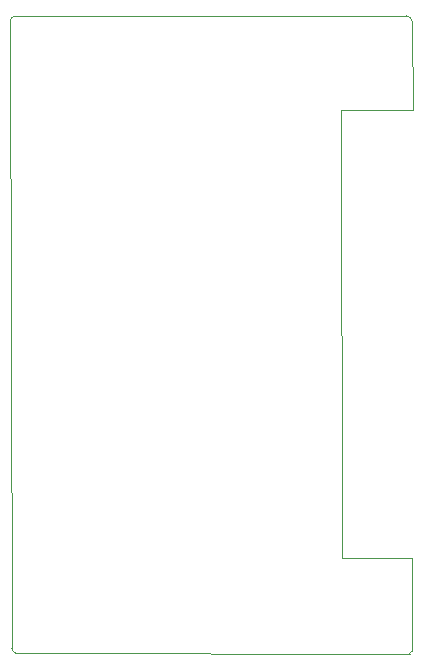
<source format=gm1>
%TF.GenerationSoftware,KiCad,Pcbnew,9.0.1-9.0.1-0~ubuntu24.04.1*%
%TF.CreationDate,2025-04-24T02:26:27+05:30*%
%TF.ProjectId,Bread-Board-Power-Supply,42726561-642d-4426-9f61-72642d506f77,rev?*%
%TF.SameCoordinates,Original*%
%TF.FileFunction,Profile,NP*%
%FSLAX46Y46*%
G04 Gerber Fmt 4.6, Leading zero omitted, Abs format (unit mm)*
G04 Created by KiCad (PCBNEW 9.0.1-9.0.1-0~ubuntu24.04.1) date 2025-04-24 02:26:27*
%MOMM*%
%LPD*%
G01*
G04 APERTURE LIST*
%TA.AperFunction,Profile*%
%ADD10C,0.050000*%
%TD*%
G04 APERTURE END LIST*
D10*
X86410000Y-67980000D02*
G75*
G02*
X86930094Y-68510000I-10000J-530000D01*
G01*
X86914891Y-121729046D02*
G75*
G02*
X86700000Y-122000000I-314891J29046D01*
G01*
X53304699Y-121896752D02*
G75*
G02*
X52999999Y-121520000I105301J396752D01*
G01*
X52900000Y-68430000D02*
G75*
G02*
X53207429Y-68012534I410000J20000D01*
G01*
X87000000Y-75960000D02*
X86930094Y-68510000D01*
X80860000Y-75960000D02*
X87000000Y-75960000D01*
X81000000Y-113900000D02*
X80860000Y-75960000D01*
X86920000Y-113930000D02*
X81000000Y-113900000D01*
X86920000Y-121730000D02*
X86920000Y-113930000D01*
X53304699Y-121896751D02*
X86700000Y-122000000D01*
X52900000Y-68430000D02*
X53000000Y-121520000D01*
X86410000Y-67980511D02*
X53207429Y-68012535D01*
M02*

</source>
